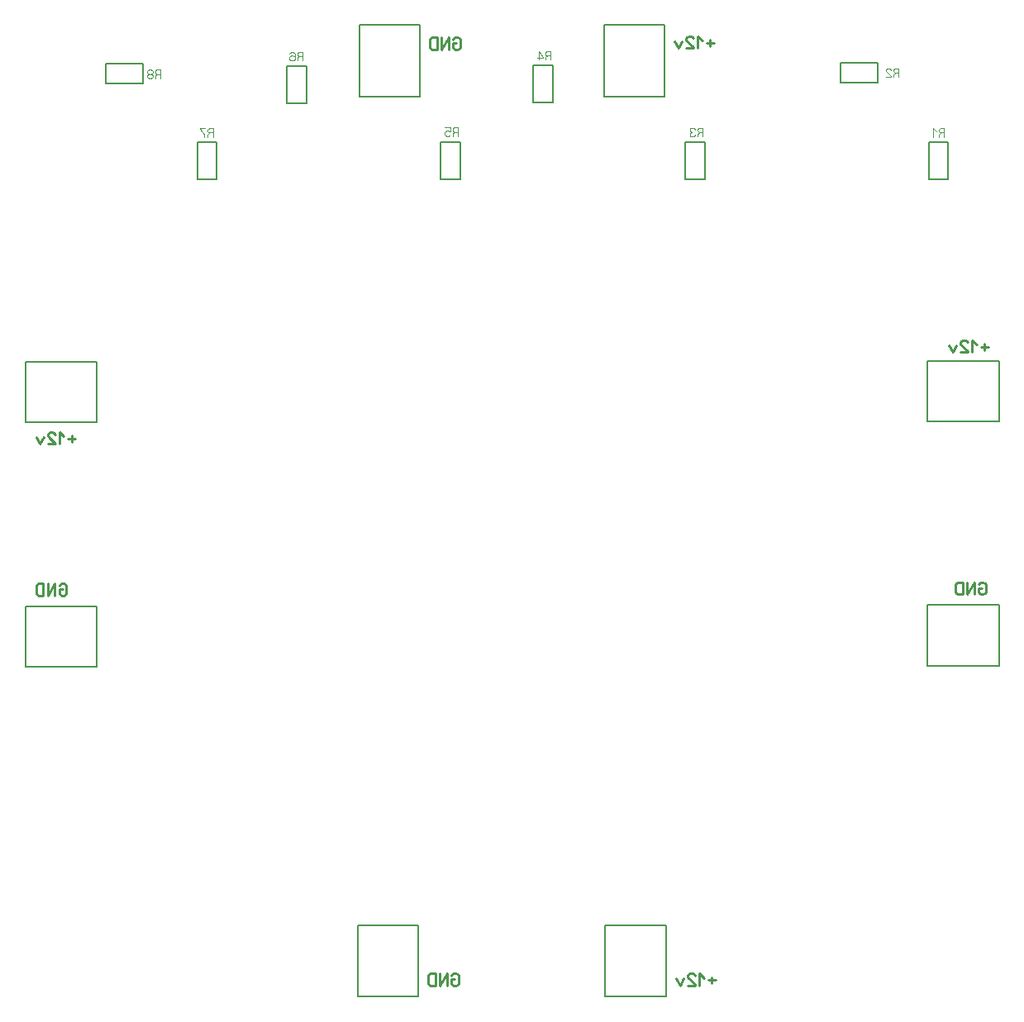
<source format=gbr>
%FSLAX34Y34*%
%MOMM*%
%LNSILK_BOTTOM*%
G71*
G01*
%ADD10C,0.150*%
%ADD11C,0.111*%
%ADD12C,0.222*%
%ADD13C,0.200*%
%LPD*%
G54D10*
X925434Y875878D02*
X945434Y875878D01*
X945434Y837878D01*
X925434Y837878D01*
X925434Y875878D01*
G54D10*
X676197Y875878D02*
X696197Y875878D01*
X696197Y837878D01*
X676197Y837878D01*
X676197Y875878D01*
G54D10*
X425372Y875878D02*
X445372Y875878D01*
X445372Y837878D01*
X425372Y837878D01*
X425372Y875878D01*
G54D10*
X176134Y875878D02*
X196134Y875878D01*
X196134Y837878D01*
X176134Y837878D01*
X176134Y875878D01*
G54D10*
X287813Y915666D02*
X267813Y915666D01*
X267813Y953666D01*
X287813Y953666D01*
X287813Y915666D01*
G54D10*
X520225Y916856D02*
X540225Y916856D01*
X540225Y954856D01*
X520225Y954856D01*
X520225Y916856D01*
G54D10*
X873075Y957366D02*
X873075Y937366D01*
X835075Y937366D01*
X835075Y957366D01*
X873075Y957366D01*
G54D10*
X120600Y956572D02*
X120600Y936572D01*
X82600Y936572D01*
X82600Y956572D01*
X120600Y956572D01*
G54D11*
X938324Y885903D02*
X936324Y884792D01*
X935657Y883681D01*
X935657Y881459D01*
G54D11*
X940991Y881459D02*
X940991Y890348D01*
X937657Y890348D01*
X936324Y889792D01*
X935657Y888681D01*
X935657Y887570D01*
X936324Y886459D01*
X937657Y885903D01*
X940991Y885903D01*
G54D11*
X933214Y887015D02*
X929880Y890348D01*
X929880Y881459D01*
G54D11*
X891889Y947419D02*
X889889Y946308D01*
X889222Y945197D01*
X889222Y942975D01*
G54D11*
X894556Y942975D02*
X894556Y951864D01*
X891222Y951864D01*
X889889Y951308D01*
X889222Y950197D01*
X889222Y949086D01*
X889889Y947975D01*
X891222Y947419D01*
X894556Y947419D01*
G54D11*
X881445Y942975D02*
X886778Y942975D01*
X886778Y943530D01*
X886112Y944641D01*
X882112Y947975D01*
X881445Y949086D01*
X881445Y950197D01*
X882112Y951308D01*
X883445Y951864D01*
X884778Y951864D01*
X886112Y951308D01*
X886778Y950197D01*
G54D11*
X691070Y886300D02*
X689070Y885189D01*
X688404Y884078D01*
X688404Y881856D01*
G54D11*
X693737Y881856D02*
X693737Y890745D01*
X690404Y890745D01*
X689070Y890189D01*
X688404Y889078D01*
X688404Y887967D01*
X689070Y886856D01*
X690404Y886300D01*
X693737Y886300D01*
G54D11*
X685960Y889078D02*
X685293Y890189D01*
X683960Y890745D01*
X682627Y890745D01*
X681293Y890189D01*
X680627Y889078D01*
X680627Y887967D01*
X681293Y886856D01*
X682627Y886300D01*
X681293Y885745D01*
X680627Y884634D01*
X680627Y883523D01*
X681293Y882411D01*
X682627Y881856D01*
X683960Y881856D01*
X685293Y882411D01*
X685960Y883523D01*
G54D11*
X535099Y964882D02*
X533099Y963770D01*
X532433Y962659D01*
X532433Y960437D01*
G54D11*
X537766Y960437D02*
X537766Y969326D01*
X534433Y969326D01*
X533099Y968770D01*
X532433Y967659D01*
X532433Y966548D01*
X533099Y965437D01*
X534433Y964882D01*
X537766Y964882D01*
G54D11*
X525989Y960437D02*
X525989Y969326D01*
X529989Y963770D01*
X529989Y962659D01*
X524656Y962659D01*
G54D11*
X440246Y886697D02*
X438246Y885586D01*
X437579Y884475D01*
X437579Y882253D01*
G54D11*
X442912Y882253D02*
X442912Y891142D01*
X439579Y891142D01*
X438246Y890586D01*
X437579Y889475D01*
X437579Y888364D01*
X438246Y887253D01*
X439579Y886697D01*
X442912Y886697D01*
G54D11*
X429802Y891142D02*
X435136Y891142D01*
X435136Y887253D01*
X434469Y887253D01*
X433136Y887808D01*
X431802Y887808D01*
X430469Y887253D01*
X429802Y886142D01*
X429802Y883919D01*
X430469Y882808D01*
X431802Y882253D01*
X433136Y882253D01*
X434469Y882808D01*
X435136Y883919D01*
G54D11*
X281099Y964088D02*
X279099Y962977D01*
X278432Y961866D01*
X278432Y959643D01*
G54D11*
X283766Y959643D02*
X283766Y968532D01*
X280432Y968532D01*
X279099Y967977D01*
X278432Y966866D01*
X278432Y965754D01*
X279099Y964643D01*
X280432Y964088D01*
X283766Y964088D01*
G54D11*
X270655Y966866D02*
X271322Y967977D01*
X272655Y968532D01*
X273989Y968532D01*
X275322Y967977D01*
X275989Y966866D01*
X275989Y964088D01*
X275989Y963532D01*
X273989Y964643D01*
X272655Y964643D01*
X271322Y964088D01*
X270655Y962977D01*
X270655Y961310D01*
X271322Y960199D01*
X272655Y959643D01*
X273989Y959643D01*
X275322Y960199D01*
X275989Y961310D01*
X275989Y964088D01*
G54D11*
X189421Y885903D02*
X187421Y884792D01*
X186754Y883681D01*
X186754Y881459D01*
G54D11*
X192088Y881459D02*
X192088Y890348D01*
X188754Y890348D01*
X187421Y889792D01*
X186754Y888681D01*
X186754Y887570D01*
X187421Y886459D01*
X188754Y885903D01*
X192088Y885903D01*
G54D11*
X184310Y890348D02*
X178977Y890348D01*
X179644Y889237D01*
X180977Y887570D01*
X182310Y885348D01*
X182977Y883681D01*
X182977Y881459D01*
G54D11*
X135446Y945832D02*
X133446Y944720D01*
X132779Y943609D01*
X132779Y941387D01*
G54D11*
X138112Y941387D02*
X138112Y950276D01*
X134779Y950276D01*
X133446Y949720D01*
X132779Y948609D01*
X132779Y947498D01*
X133446Y946387D01*
X134779Y945832D01*
X138112Y945832D01*
G54D11*
X127002Y945832D02*
X128335Y945832D01*
X129669Y946387D01*
X130335Y947498D01*
X130335Y948609D01*
X129669Y949720D01*
X128335Y950276D01*
X127002Y950276D01*
X125669Y949720D01*
X125002Y948609D01*
X125002Y947498D01*
X125669Y946387D01*
X127002Y945832D01*
X125669Y945276D01*
X125002Y944165D01*
X125002Y943054D01*
X125669Y941943D01*
X127002Y941387D01*
X128335Y941387D01*
X129669Y941943D01*
X130335Y943054D01*
X130335Y944165D01*
X129669Y945276D01*
X128335Y945832D01*
G54D12*
X986234Y666241D02*
X978768Y666241D01*
G54D12*
X982501Y669352D02*
X982501Y663130D01*
G54D12*
X974411Y668574D02*
X969745Y673241D01*
X969745Y660796D01*
G54D12*
X957922Y660796D02*
X965388Y660796D01*
X965388Y661574D01*
X964455Y663130D01*
X958855Y667796D01*
X957922Y669352D01*
X957922Y670908D01*
X958855Y672463D01*
X960722Y673241D01*
X962588Y673241D01*
X964455Y672463D01*
X965388Y670908D01*
G54D12*
X953565Y667796D02*
X949832Y660796D01*
X946099Y667796D01*
G54D12*
X705247Y977788D02*
X697780Y977788D01*
G54D12*
X701514Y980899D02*
X701514Y974677D01*
G54D12*
X693424Y980121D02*
X688757Y984788D01*
X688757Y972343D01*
G54D12*
X676934Y972343D02*
X684401Y972343D01*
X684401Y973121D01*
X683468Y974677D01*
X677868Y979343D01*
X676934Y980899D01*
X676934Y982454D01*
X677868Y984010D01*
X679734Y984788D01*
X681601Y984788D01*
X683468Y984010D01*
X684401Y982454D01*
G54D12*
X672578Y979343D02*
X668845Y972343D01*
X665111Y979343D01*
G54D12*
X51197Y572182D02*
X43730Y572182D01*
G54D12*
X47464Y575293D02*
X47464Y569070D01*
G54D12*
X39374Y574515D02*
X34707Y579182D01*
X34707Y566737D01*
G54D12*
X22884Y566737D02*
X30351Y566737D01*
X30351Y567515D01*
X29418Y569070D01*
X23818Y573737D01*
X22884Y575293D01*
X22884Y576848D01*
X23818Y578404D01*
X25684Y579182D01*
X27551Y579182D01*
X29418Y578404D01*
X30351Y576848D01*
G54D12*
X18528Y573737D02*
X14795Y566737D01*
X11061Y573737D01*
G54D12*
X706834Y17350D02*
X699368Y17350D01*
G54D12*
X703101Y20462D02*
X703101Y14239D01*
G54D12*
X695011Y19684D02*
X690345Y24350D01*
X690345Y11906D01*
G54D12*
X678522Y11906D02*
X685988Y11906D01*
X685988Y12684D01*
X685055Y14239D01*
X679455Y18906D01*
X678522Y20462D01*
X678522Y22017D01*
X679455Y23572D01*
X681322Y24350D01*
X683188Y24350D01*
X685055Y23572D01*
X685988Y22017D01*
G54D12*
X674165Y18906D02*
X670432Y11906D01*
X666699Y18906D01*
G54D12*
X439973Y18128D02*
X436240Y18128D01*
X436240Y14239D01*
X437173Y12684D01*
X439040Y11906D01*
X440906Y11906D01*
X442773Y12684D01*
X443706Y14239D01*
X443706Y22017D01*
X442773Y23572D01*
X440906Y24350D01*
X439040Y24350D01*
X437173Y23572D01*
X436240Y22017D01*
G54D12*
X431883Y11906D02*
X431883Y24350D01*
X424417Y11906D01*
X424417Y24350D01*
G54D12*
X420060Y11906D02*
X420060Y24350D01*
X415394Y24350D01*
X413527Y23572D01*
X412594Y22017D01*
X412594Y14239D01*
X413527Y12684D01*
X415394Y11906D01*
X420060Y11906D01*
G54D12*
X38335Y417781D02*
X34602Y417781D01*
X34602Y413892D01*
X35535Y412337D01*
X37402Y411559D01*
X39269Y411559D01*
X41135Y412337D01*
X42069Y413892D01*
X42069Y421670D01*
X41135Y423226D01*
X39269Y424003D01*
X37402Y424003D01*
X35535Y423226D01*
X34602Y421670D01*
G54D12*
X30246Y411559D02*
X30246Y424003D01*
X22779Y411559D01*
X22779Y424003D01*
G54D12*
X18423Y411559D02*
X18423Y424003D01*
X13756Y424003D01*
X11889Y423226D01*
X10956Y421670D01*
X10956Y413892D01*
X11889Y412337D01*
X13756Y411559D01*
X18423Y411559D01*
G54D12*
X441560Y977375D02*
X437827Y977375D01*
X437827Y973486D01*
X438760Y971931D01*
X440627Y971153D01*
X442494Y971153D01*
X444360Y971931D01*
X445294Y973486D01*
X445294Y981264D01*
X444360Y982819D01*
X442494Y983597D01*
X440627Y983597D01*
X438760Y982819D01*
X437827Y981264D01*
G54D12*
X433471Y971153D02*
X433471Y983597D01*
X426004Y971153D01*
X426004Y983597D01*
G54D12*
X421648Y971153D02*
X421648Y983597D01*
X416981Y983597D01*
X415114Y982819D01*
X414181Y981264D01*
X414181Y973486D01*
X415114Y971931D01*
X416981Y971153D01*
X421648Y971153D01*
G54D12*
X980120Y418972D02*
X976386Y418972D01*
X976386Y415083D01*
X977320Y413527D01*
X979186Y412750D01*
X981053Y412750D01*
X982920Y413527D01*
X983853Y415083D01*
X983853Y422861D01*
X982920Y424416D01*
X981053Y425194D01*
X979186Y425194D01*
X977320Y424416D01*
X976386Y422861D01*
G54D12*
X972030Y412750D02*
X972030Y425194D01*
X964563Y412750D01*
X964563Y425194D01*
G54D12*
X960207Y412750D02*
X960207Y425194D01*
X955540Y425194D01*
X953674Y424416D01*
X952740Y422861D01*
X952740Y415083D01*
X953674Y413527D01*
X955540Y412750D01*
X960207Y412750D01*
G54D13*
X592534Y996156D02*
X654447Y996156D01*
X654447Y922734D01*
X592534Y922734D01*
X592534Y996156D01*
G54D13*
X342106Y996156D02*
X404019Y996156D01*
X404019Y922734D01*
X342106Y922734D01*
X342106Y996156D01*
G54D13*
X340916Y73818D02*
X402828Y73818D01*
X402828Y396D01*
X340916Y396D01*
X340916Y73818D01*
G54D13*
X594122Y73818D02*
X656034Y73818D01*
X656034Y396D01*
X594122Y396D01*
X594122Y73818D01*
G54D13*
X997347Y401637D02*
X997347Y339725D01*
X923925Y339725D01*
X923925Y401637D01*
X997347Y401637D01*
G54D13*
X997347Y652066D02*
X997347Y590153D01*
X923925Y590153D01*
X923925Y652066D01*
X997347Y652066D01*
G54D13*
X73422Y400447D02*
X73422Y338534D01*
X0Y338534D01*
X0Y400447D01*
X73422Y400447D01*
G54D13*
X73422Y650875D02*
X73422Y588962D01*
X0Y588962D01*
X0Y650875D01*
X73422Y650875D01*
M02*

</source>
